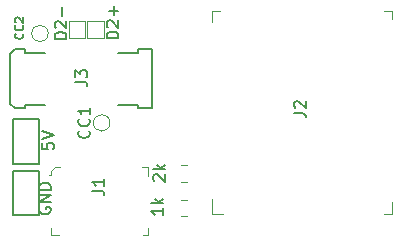
<source format=gbr>
G04 #@! TF.GenerationSoftware,KiCad,Pcbnew,(5.0.0-rc3)*
G04 #@! TF.CreationDate,2018-08-22T20:47:19+02:00*
G04 #@! TF.ProjectId,Adapter,416461707465722E6B696361645F7063,rev?*
G04 #@! TF.SameCoordinates,Original*
G04 #@! TF.FileFunction,Legend,Top*
G04 #@! TF.FilePolarity,Positive*
%FSLAX46Y46*%
G04 Gerber Fmt 4.6, Leading zero omitted, Abs format (unit mm)*
G04 Created by KiCad (PCBNEW (5.0.0-rc3)) date Wed Aug 22 20:47:19 2018*
%MOMM*%
%LPD*%
G01*
G04 APERTURE LIST*
%ADD10C,0.120000*%
%ADD11C,0.100000*%
%ADD12C,0.150000*%
G04 APERTURE END LIST*
D10*
G04 #@! TO.C,D2+*
X24350000Y-16220000D02*
X24350000Y-17620000D01*
X24350000Y-17620000D02*
X22950000Y-17620000D01*
X22950000Y-17620000D02*
X22950000Y-16220000D01*
X22950000Y-16220000D02*
X24350000Y-16220000D01*
G04 #@! TO.C,D2-*
X22794999Y-16225001D02*
X22794999Y-17625001D01*
X22794999Y-17625001D02*
X21394999Y-17625001D01*
X21394999Y-17625001D02*
X21394999Y-16225001D01*
X21394999Y-16225001D02*
X22794999Y-16225001D01*
D11*
G04 #@! TO.C,J2*
X33515575Y-31307256D02*
X33515575Y-32532256D01*
X33515575Y-32532256D02*
X34440575Y-32532256D01*
X48740575Y-31557256D02*
X48740575Y-32532256D01*
X48740575Y-32532256D02*
X48090575Y-32532256D01*
X48065575Y-15382256D02*
X48740575Y-15382256D01*
X48740575Y-15382256D02*
X48740575Y-16082256D01*
X33515575Y-16282256D02*
X33515575Y-15382256D01*
X33515575Y-15382256D02*
X34215575Y-15382256D01*
D12*
G04 #@! TO.C,GND*
X16640574Y-28882257D02*
X18840574Y-28882257D01*
X16640574Y-32682257D02*
X16640574Y-28882257D01*
X18840574Y-32682257D02*
X16640574Y-32682257D01*
X18840574Y-28882257D02*
X18840574Y-32682257D01*
G04 #@! TO.C,5V*
X18840574Y-24532257D02*
X18840574Y-28332257D01*
X18840574Y-28332257D02*
X16640574Y-28332257D01*
X16640574Y-28332257D02*
X16640574Y-24532257D01*
X16640574Y-24532257D02*
X18840574Y-24532257D01*
D10*
G04 #@! TO.C,CC2*
X19660000Y-17270000D02*
G75*
G03X19660000Y-17270000I-700000J0D01*
G01*
G04 #@! TO.C,CC1*
X24890000Y-24840000D02*
G75*
G03X24890000Y-24840000I-700000J0D01*
G01*
G04 #@! TO.C,2k*
X31436653Y-28447256D02*
X30919497Y-28447256D01*
X31436653Y-29867256D02*
X30919497Y-29867256D01*
G04 #@! TO.C,1k*
X30919497Y-31347256D02*
X31436653Y-31347256D01*
X30919497Y-32767256D02*
X31436653Y-32767256D01*
D12*
G04 #@! TO.C,J3*
X17665575Y-18907256D02*
X19365575Y-18907256D01*
X17665575Y-18607256D02*
X17665575Y-18907256D01*
X16865575Y-18607256D02*
X17665575Y-18607256D01*
X16465575Y-19007256D02*
X16865575Y-18607256D01*
X16465575Y-23207256D02*
X16465575Y-19007256D01*
X16865575Y-23607256D02*
X16465575Y-23207256D01*
X17665575Y-23607256D02*
X16865575Y-23607256D01*
X17665575Y-23307256D02*
X17665575Y-23607256D01*
X19365575Y-23307256D02*
X17665575Y-23307256D01*
X27265575Y-23307256D02*
X25565575Y-23307256D01*
X27265575Y-23607256D02*
X27265575Y-23307256D01*
X28465575Y-23607256D02*
X27265575Y-23607256D01*
X27265575Y-18907256D02*
X25565575Y-18907256D01*
X27265575Y-18607256D02*
X27265575Y-18907256D01*
X28465575Y-18607256D02*
X27265575Y-18607256D01*
X28465575Y-23607256D02*
X28465575Y-18607256D01*
D11*
G04 #@! TO.C,J1*
X19915575Y-33757256D02*
X19915575Y-34307256D01*
X19915575Y-34307256D02*
X20565575Y-34307256D01*
X28115575Y-33707256D02*
X28115575Y-34307256D01*
X28115575Y-34307256D02*
X27715575Y-34307256D01*
X27615575Y-28607256D02*
X28115575Y-28607256D01*
X28115575Y-28607256D02*
X28115575Y-29307256D01*
X20665575Y-28607256D02*
X20215575Y-28607256D01*
X20215575Y-28607256D02*
X19915575Y-28957256D01*
X19915575Y-28957256D02*
X19915575Y-29257256D01*
X19915575Y-29257256D02*
X19765575Y-29257256D01*
G04 #@! TO.C,D2+*
D12*
X25612380Y-17687142D02*
X24612380Y-17687142D01*
X24612380Y-17449047D01*
X24660000Y-17306190D01*
X24755238Y-17210952D01*
X24850476Y-17163333D01*
X25040952Y-17115714D01*
X25183809Y-17115714D01*
X25374285Y-17163333D01*
X25469523Y-17210952D01*
X25564761Y-17306190D01*
X25612380Y-17449047D01*
X25612380Y-17687142D01*
X24707619Y-16734761D02*
X24660000Y-16687142D01*
X24612380Y-16591904D01*
X24612380Y-16353809D01*
X24660000Y-16258571D01*
X24707619Y-16210952D01*
X24802857Y-16163333D01*
X24898095Y-16163333D01*
X25040952Y-16210952D01*
X25612380Y-16782380D01*
X25612380Y-16163333D01*
X25231428Y-15734761D02*
X25231428Y-14972857D01*
X25612380Y-15353809D02*
X24850476Y-15353809D01*
G04 #@! TO.C,D2-*
X21202380Y-17737142D02*
X20202380Y-17737142D01*
X20202380Y-17499047D01*
X20250000Y-17356190D01*
X20345238Y-17260952D01*
X20440476Y-17213333D01*
X20630952Y-17165714D01*
X20773809Y-17165714D01*
X20964285Y-17213333D01*
X21059523Y-17260952D01*
X21154761Y-17356190D01*
X21202380Y-17499047D01*
X21202380Y-17737142D01*
X20297619Y-16784761D02*
X20250000Y-16737142D01*
X20202380Y-16641904D01*
X20202380Y-16403809D01*
X20250000Y-16308571D01*
X20297619Y-16260952D01*
X20392857Y-16213333D01*
X20488095Y-16213333D01*
X20630952Y-16260952D01*
X21202380Y-16832380D01*
X21202380Y-16213333D01*
X20821428Y-15784761D02*
X20821428Y-15022857D01*
G04 #@! TO.C,J2*
X40472380Y-24003333D02*
X41186666Y-24003333D01*
X41329523Y-24050952D01*
X41424761Y-24146190D01*
X41472380Y-24289047D01*
X41472380Y-24384285D01*
X40567619Y-23574761D02*
X40520000Y-23527142D01*
X40472380Y-23431904D01*
X40472380Y-23193809D01*
X40520000Y-23098571D01*
X40567619Y-23050952D01*
X40662857Y-23003333D01*
X40758095Y-23003333D01*
X40900952Y-23050952D01*
X41472380Y-23622380D01*
X41472380Y-23003333D01*
G04 #@! TO.C,GND*
X18940000Y-32011904D02*
X18892380Y-32107142D01*
X18892380Y-32250000D01*
X18940000Y-32392857D01*
X19035238Y-32488095D01*
X19130476Y-32535714D01*
X19320952Y-32583333D01*
X19463809Y-32583333D01*
X19654285Y-32535714D01*
X19749523Y-32488095D01*
X19844761Y-32392857D01*
X19892380Y-32250000D01*
X19892380Y-32154761D01*
X19844761Y-32011904D01*
X19797142Y-31964285D01*
X19463809Y-31964285D01*
X19463809Y-32154761D01*
X19892380Y-31535714D02*
X18892380Y-31535714D01*
X19892380Y-30964285D01*
X18892380Y-30964285D01*
X19892380Y-30488095D02*
X18892380Y-30488095D01*
X18892380Y-30250000D01*
X18940000Y-30107142D01*
X19035238Y-30011904D01*
X19130476Y-29964285D01*
X19320952Y-29916666D01*
X19463809Y-29916666D01*
X19654285Y-29964285D01*
X19749523Y-30011904D01*
X19844761Y-30107142D01*
X19892380Y-30250000D01*
X19892380Y-30488095D01*
G04 #@! TO.C,5V*
X19152380Y-26570476D02*
X19152380Y-27046666D01*
X19628571Y-27094285D01*
X19580952Y-27046666D01*
X19533333Y-26951428D01*
X19533333Y-26713333D01*
X19580952Y-26618095D01*
X19628571Y-26570476D01*
X19723809Y-26522857D01*
X19961904Y-26522857D01*
X20057142Y-26570476D01*
X20104761Y-26618095D01*
X20152380Y-26713333D01*
X20152380Y-26951428D01*
X20104761Y-27046666D01*
X20057142Y-27094285D01*
X19152380Y-26237142D02*
X20152380Y-25903809D01*
X19152380Y-25570476D01*
G04 #@! TO.C,CC2*
X17490000Y-17286666D02*
X17523333Y-17320000D01*
X17556666Y-17420000D01*
X17556666Y-17486666D01*
X17523333Y-17586666D01*
X17456666Y-17653333D01*
X17390000Y-17686666D01*
X17256666Y-17720000D01*
X17156666Y-17720000D01*
X17023333Y-17686666D01*
X16956666Y-17653333D01*
X16890000Y-17586666D01*
X16856666Y-17486666D01*
X16856666Y-17420000D01*
X16890000Y-17320000D01*
X16923333Y-17286666D01*
X17490000Y-16586666D02*
X17523333Y-16620000D01*
X17556666Y-16720000D01*
X17556666Y-16786666D01*
X17523333Y-16886666D01*
X17456666Y-16953333D01*
X17390000Y-16986666D01*
X17256666Y-17020000D01*
X17156666Y-17020000D01*
X17023333Y-16986666D01*
X16956666Y-16953333D01*
X16890000Y-16886666D01*
X16856666Y-16786666D01*
X16856666Y-16720000D01*
X16890000Y-16620000D01*
X16923333Y-16586666D01*
X16923333Y-16320000D02*
X16890000Y-16286666D01*
X16856666Y-16220000D01*
X16856666Y-16053333D01*
X16890000Y-15986666D01*
X16923333Y-15953333D01*
X16990000Y-15920000D01*
X17056666Y-15920000D01*
X17156666Y-15953333D01*
X17556666Y-16353333D01*
X17556666Y-15920000D01*
G04 #@! TO.C,CC1*
X23099142Y-25506666D02*
X23146761Y-25554285D01*
X23194380Y-25697142D01*
X23194380Y-25792380D01*
X23146761Y-25935238D01*
X23051523Y-26030476D01*
X22956285Y-26078095D01*
X22765809Y-26125714D01*
X22622952Y-26125714D01*
X22432476Y-26078095D01*
X22337238Y-26030476D01*
X22242000Y-25935238D01*
X22194380Y-25792380D01*
X22194380Y-25697142D01*
X22242000Y-25554285D01*
X22289619Y-25506666D01*
X23099142Y-24506666D02*
X23146761Y-24554285D01*
X23194380Y-24697142D01*
X23194380Y-24792380D01*
X23146761Y-24935238D01*
X23051523Y-25030476D01*
X22956285Y-25078095D01*
X22765809Y-25125714D01*
X22622952Y-25125714D01*
X22432476Y-25078095D01*
X22337238Y-25030476D01*
X22242000Y-24935238D01*
X22194380Y-24792380D01*
X22194380Y-24697142D01*
X22242000Y-24554285D01*
X22289619Y-24506666D01*
X23194380Y-23554285D02*
X23194380Y-24125714D01*
X23194380Y-23840000D02*
X22194380Y-23840000D01*
X22337238Y-23935238D01*
X22432476Y-24030476D01*
X22480095Y-24125714D01*
G04 #@! TO.C,2k*
X28647619Y-29770476D02*
X28600000Y-29722857D01*
X28552380Y-29627619D01*
X28552380Y-29389523D01*
X28600000Y-29294285D01*
X28647619Y-29246666D01*
X28742857Y-29199047D01*
X28838095Y-29199047D01*
X28980952Y-29246666D01*
X29552380Y-29818095D01*
X29552380Y-29199047D01*
X29552380Y-28770476D02*
X28552380Y-28770476D01*
X29171428Y-28675238D02*
X29552380Y-28389523D01*
X28885714Y-28389523D02*
X29266666Y-28770476D01*
G04 #@! TO.C,1k*
X29392380Y-32059047D02*
X29392380Y-32630476D01*
X29392380Y-32344761D02*
X28392380Y-32344761D01*
X28535238Y-32440000D01*
X28630476Y-32535238D01*
X28678095Y-32630476D01*
X29392380Y-31630476D02*
X28392380Y-31630476D01*
X29011428Y-31535238D02*
X29392380Y-31249523D01*
X28725714Y-31249523D02*
X29106666Y-31630476D01*
G04 #@! TO.C,J3*
X21952380Y-21363333D02*
X22666666Y-21363333D01*
X22809523Y-21410952D01*
X22904761Y-21506190D01*
X22952380Y-21649047D01*
X22952380Y-21744285D01*
X21952380Y-20982380D02*
X21952380Y-20363333D01*
X22333333Y-20696666D01*
X22333333Y-20553809D01*
X22380952Y-20458571D01*
X22428571Y-20410952D01*
X22523809Y-20363333D01*
X22761904Y-20363333D01*
X22857142Y-20410952D01*
X22904761Y-20458571D01*
X22952380Y-20553809D01*
X22952380Y-20839523D01*
X22904761Y-20934761D01*
X22857142Y-20982380D01*
G04 #@! TO.C,J1*
X23392380Y-30593333D02*
X24106666Y-30593333D01*
X24249523Y-30640952D01*
X24344761Y-30736190D01*
X24392380Y-30879047D01*
X24392380Y-30974285D01*
X24392380Y-29593333D02*
X24392380Y-30164761D01*
X24392380Y-29879047D02*
X23392380Y-29879047D01*
X23535238Y-29974285D01*
X23630476Y-30069523D01*
X23678095Y-30164761D01*
G04 #@! TD*
M02*

</source>
